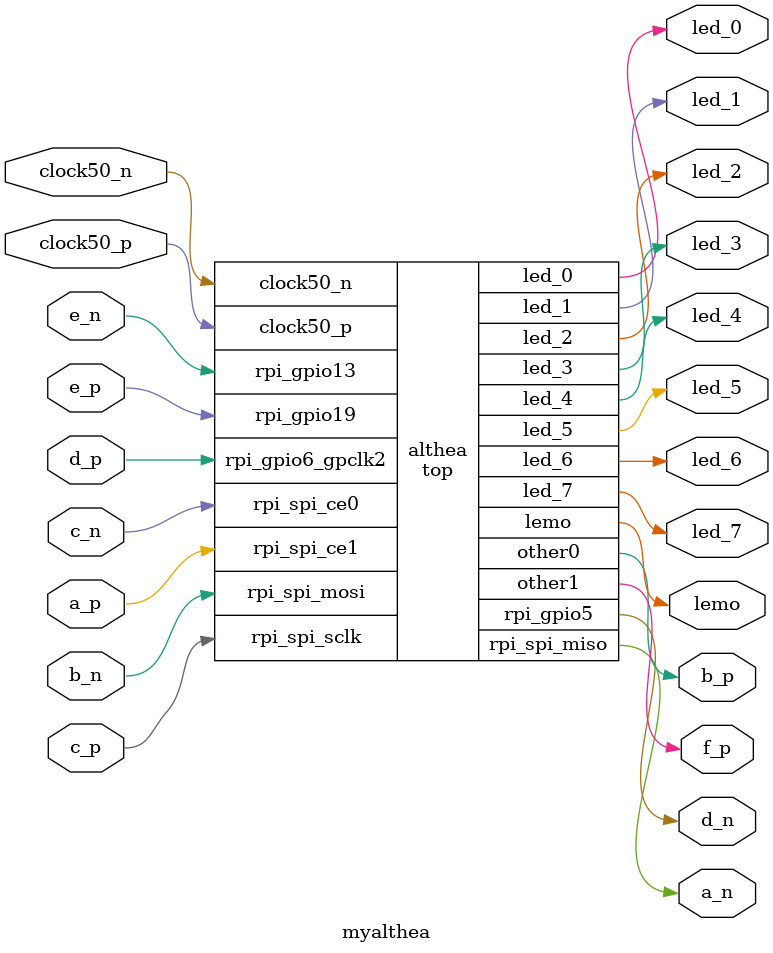
<source format=v>


`define althea_revA
`include "lib/spi.v"
`include "lib/RAM8.v"
`include "lib/serdes_pll.v"
`include "lib/plldcm.v"
`include "lib/reset.v"
`include "lib/frequency_counter.v"
//`include "lib/axi4lite.v"
//`include "lib/generic.v"
//`include "lib/segmented_display_driver.v"
//`include "lib/synchronizer.v"

//`define USE_INFERRED_RAM_16
//`define USE_BRAM_512
`define USE_BRAM_4K

module top (
	input clock50_p, clock50_n,
	output lemo,
	output other0,
	output other1,
	input rpi_spi_sclk,
	input rpi_spi_mosi,
	output rpi_spi_miso,
	input rpi_spi_ce0,
	input rpi_spi_ce1,
	output rpi_gpio5, // ready
	input rpi_gpio6_gpclk2,
	input rpi_gpio13, // clock select
	input rpi_gpio19, // reset
	output led_0, led_1, led_2, led_3,
	output led_4, led_5, led_6, led_7
);
	localparam COUNTER_RO_PICKOFF = 23;
	wire [31:0] frequency_counter0;
	reg [31:0] frequency_counter1;
	wire global_reset = rpi_gpio19;
	wire clock_alt;
	IBUFG mybuf_alt (.I(rpi_gpio6_gpclk2), .O(clock_alt));
	wire reset1_clock_alt;
	wire pll_locked_alt;
	reset #(.FREQUENCY(10000000)) reset1 (.upstream_clock(clock_alt), .upstream_reset(global_reset), .downstream_pll_locked(pll_locked_alt), .downstream_reset(reset1_clock_alt));
	// ----------------------------------------------------------------------
	wire clock_ro_raw, clock_ro_raw_a, clock_ro_raw_b, clock_ro, clock_ro_b, clock_ro_locked;
	wire [31:0] ring_oscillator_select;
	wire [31:0] ring_oscillator_enable;
	ring_oscillator #(.number_of_bits_for_coarse_stages(4), .number_of_bits_for_medium_stages(4), .number_of_bits_for_fine_stages(4)) ro (.enable(ring_oscillator_enable[0]), .select(ring_oscillator_select[11:0]), .clock_out(clock_ro_raw));
//	BUFG mybuf_ro (.I(clock_ro_raw), .O(clock_ro_raw1));
	simpledcm_CLKGEN #(.MULTIPLY(50), .DIVIDE(50), .PERIOD(100.0)) mydcm_ro (.clockin(clock_ro_raw), .reset(global_reset || (~ring_oscillator_enable[0])), .clockout(clock_ro_raw_a), .clockout180(clock_ro_raw_b), .locked(clock_ro_locked)); // 10->10
	BUFG mybuf_roa (.I(clock_ro_raw_a), .O(clock_ro));
	BUFG mybuf_rob (.I(clock_ro_raw_b), .O(clock_ro_b));
	reg [COUNTER_RO_PICKOFF:0] counter_ro = 0;
	always @(posedge clock_ro) begin
		counter_ro <= counter_ro + 1'b1;
	end
//	assign lemo = clock_ro;
	ODDR2 ro_out (.C0(clock_ro), .C1(clock_ro_b), .CE(1'b1), .D0(1'b0), .D1(1'b1), .R(global_reset), .S(1'b0), .Q(lemo));
	// ----------------------------------------------------------------------
	wire clock50_0, clock50_1, clock50_12;
//	wire clock50_2, pll_locked_ro;
	IBUFGDS mybuf0 (.I(clock50_p), .IB(clock50_n), .O(clock50_0));
	wire clock50_raw1;
//	wire clock50_raw2;
	simpledcm_CLKGEN #(.MULTIPLY(50), .DIVIDE(10), .PERIOD(100.0)) mydcm_alt50 (.clockin(clock_alt), .reset(reset1_clock_alt), .clockout(clock50_raw1), .clockout180(), .locked(pll_locked_alt)); // 10->50
//	simpledcm_CLKGEN #(.MULTIPLY(50), .DIVIDE(10), .PERIOD(100.0)) mydcm_ro50 (.clockin(clock_ro), .reset(global_reset), .clockout(clock50_raw2), .clockout180(), .locked(pll_locked_ro)); // 10->50
	BUFG mybuf1 (.I(clock50_raw1), .O(clock50_1));
//	BUFG mybuf2 (.I(clock50_raw2), .O(clock50_2));
	//BUFGMUX sam12 (.I0(clock50_1), .I1(clock50_2), .S(ring_oscillator_enable[0]), .O(clock50_12));
//	BUFGMUX sam12 (.I0(clock50_1), .I1(clock50_2), .S(1'b1), .O(clock50_12));
	assign clock50_12 = clock50_1;
	wire clock_select = rpi_gpio13;
	wire clock50;
	BUFGMUX sam0s (.I0(clock50_0), .I1(clock50_12), .S(clock_select), .O(clock50));
	wire reset2_clock50;
	wire pll_locked;
	reset #(.FREQUENCY(50000000)) reset2 (.upstream_clock(clock50), .upstream_reset(global_reset||reset1_clock_alt), .downstream_pll_locked(pll_locked), .downstream_reset(reset2_clock50));
	// ----------------------------------------------------------------------
	wire rawclock125;
	wire clock125;
	BUFG mrt (.I(rawclock125), .O(clock125));
	if (0) begin
		simplepll_BASE #(.OVERALL_DIVIDE(1), .MULTIPLY(10), .DIVIDE0(4), .PHASE0(0.0), .PERIOD(20.0)) kronos (.clockin(clock50), .reset(reset2_clock50), .clock0out(rawclock125), .clock1out(), .clock2out(), .clock3out(), .clock4out(), .clock5out(), .locked(pll_locked)); // 50->125
	end else if (0) begin
		simpledcm_SP #(.MULTIPLY(10), .DIVIDE(4), .ALT_CLOCKOUT_DIVIDE(2), .PERIOD(20.0)) mydcm (.clockin(clock50), .reset(reset2_clock50), .clockout(rawclock125), .clockout180(), .alt_clockout(), .locked(pll_locked)); // 50->125
	end else begin
		simpledcm_CLKGEN #(.MULTIPLY(10), .DIVIDE(4), .PERIOD(20.0)) mydcm_125 (.clockin(clock50), .reset(reset2_clock50), .clockout(rawclock125), .clockout180(), .locked(pll_locked)); // 50->125
	end
	// ----------------------------------------------------------------------
	wire reset3_clock125;
	wire pll_oserdes_locked;
	reset #(.FREQUENCY(125000000)) reset3 (.upstream_clock(clock125), .upstream_reset(global_reset||reset2_clock50), .downstream_pll_locked(pll_oserdes_locked), .downstream_reset(reset3_clock125));
	wire word_clock;
	wire clock_spi;
	assign clock_spi = word_clock;
	wire reset4_word_clock;
	reset #(.FREQUENCY(125000000)) reset4 (.upstream_clock(word_clock), .upstream_reset(global_reset||reset3_clock125), .downstream_pll_locked(pll_oserdes_locked), .downstream_reset(reset4_word_clock));
	// ----------------------------------------------------------------------
	reg sync_read_address = 0;
	reg [15:0] read_address = 0;
	wire [31:0] start_read_address;
	wire [31:0] end_read_address;
	reg [15:0] last_read_address = 16'd4095;
	// ----------------------------------------------------------------------
//	wire [31:0] idelay_up_amount;
//	wire [31:0] idelay_down_amount;
	// ----------------------------------------------------------------------
	wire miso_ce0;
	wire miso_ce1;
	//assign rpi_spi_miso = rpi_spi_ce1 ? miso_ce0 : miso_ce1;
	assign rpi_spi_miso = rpi_spi_ce0 ? miso_ce1 : miso_ce0;
	// ----------------------------------------------------------------------
	wire [7:0] command8_ce0;
	wire [15:0] address16_ce0;
	wire [31:0] data32_ce0;
	wire [31:0] read_data32_ce0;
	wire transaction_valid_ce0;
	SPI_peripheral_command8_address16_data32 spi_ce0 (.clock(clock_spi),
		.SCK(rpi_spi_sclk), .MOSI(rpi_spi_mosi), .MISO(miso_ce0), .SSEL(rpi_spi_ce0),
		.transaction_valid(transaction_valid_ce0), .command8(command8_ce0), .address16(address16_ce0), .data32(data32_ce0), .data32_to_controller(read_data32_ce0));
	wire [3:0] address4_ce0 = address16_ce0[3:0];
	RAM_inferred_with_register_outputs_and_inputs #(.addr_width(4), .data_width(32)) myram (.reset(reset4_word_clock),
		.wclk(clock_spi), .waddr(address4_ce0), .din(data32_ce0), .write_en(transaction_valid_ce0),
		.rclk(word_clock), .raddr(address4_ce0), .dout(read_data32_ce0),
		.register0(start_read_address), .register1(end_read_address), .register2(ring_oscillator_enable), .register3(ring_oscillator_select),
		.registerC(32'd0), .registerD(32'd0), .registerE(32'd0), .registerF(frequency_counter1));
	always @(posedge word_clock) begin
		frequency_counter1 <= frequency_counter0;
	end
	// ----------------------------------------------------------------------
	wire [7:0] command8;
	wire [15:0] address16;
	wire [31:0] data32_0123;
	wire [31:0] data32_3210;
	assign data32_0123[7:0]   = data32_3210[31:24];
	assign data32_0123[15:8]  = data32_3210[23:16];
	assign data32_0123[23:16] = data32_3210[15:8];
	assign data32_0123[31:24] = data32_3210[7:0];
	wire [31:0] read_data32_0123;
	wire [31:0] read_data32_3210;
	assign read_data32_3210[7:0]   = read_data32_0123[31:24];
	assign read_data32_3210[15:8]  = read_data32_0123[23:16];
	assign read_data32_3210[23:16] = read_data32_0123[15:8];
	assign read_data32_3210[31:24] = read_data32_0123[7:0];
	wire transaction_valid_ce1;
	SPI_peripheral_command8_address16_data32 spi_ce1 (.clock(clock_spi),
		.SCK(rpi_spi_sclk), .MOSI(rpi_spi_mosi), .MISO(miso_ce1), .SSEL(rpi_spi_ce1),
		.transaction_valid(transaction_valid_ce1), .command8(command8), .address16(address16), .data32(data32_3210), .data32_to_controller(read_data32_3210));
	wire [7:0] oserdes_word_out;
`ifdef USE_BRAM_512
	wire [8:0] address9 = address16[8:0];
	wire [10:0] read_address11 = read_address[10:0];
	RAM_s6_512_32bit_8bit mem (.reset(reset4_word_clock),
		.clock_a(clock_spi), .address_a(address9), .data_in_a(data32_0123), .write_enable_a(transaction_valid_ce1), .data_out_a(read_data32_0123),
		.clock_b(word_clock), .address_b(read_address11), .data_out_b(oserdes_word_out));
`elsif USE_BRAM_4K
	wire [11:0] address12 = address16[11:0];
	wire [13:0] read_address14 = read_address[13:0];
	RAM_s6_4k_32bit_8bit mem (.reset(reset4_word_clock),
		.clock_a(clock_spi), .address_a(address12), .data_in_a(data32_0123), .write_enable_a(transaction_valid_ce1), .data_out_a(read_data32_0123),
		.clock_b(word_clock), .address_b(read_address14), .data_out_b(oserdes_word_out));
`endif
	// ----------------------------------------------------------------------
	reg sync_out_raw = 0;
	reg [3:0] sync_out_stream = 0;
	always @(posedge word_clock) begin
		sync_out_raw <= 0;
		if (reset4_word_clock) begin
			read_address <= start_read_address[17:2];
			last_read_address <= end_read_address[17:2] - 1'b1;
		end else begin
			if (read_address==last_read_address || sync_read_address) begin
				read_address <= start_read_address[17:2];
				last_read_address <= end_read_address[17:2] - 1'b1;
				sync_out_raw <= 1;
			end else begin
				read_address <= read_address + 1'b1;
			end
		end
		sync_out_stream <= { sync_out_stream[2:0], sync_out_raw };
	end
	// ----------------------------------------------------------------------
	wire bit_clock;
	wire bit_strobe;
	wire other1_raw;
	if (0) begin
		ocyrus_single8 #(.BIT_DEPTH(8), .PERIOD(8.0), .DIVIDE(1), .MULTIPLY(8), .SCOPE("BUFPLL")) mylei (.clock_in(clock125), .reset(reset3_clock125), .word_clock_out(word_clock), .word_in(oserdes_word_out), .D_out(lemo), .locked(pll_oserdes_locked));
		assign other0 = 0;
		assign other1 = sync_out_stream[2];
	end else if (0) begin
		wire pll_oserdes_locked_1;
		wire pll_oserdes_locked_2;
		ocyrus_single8 #(.BIT_DEPTH(8), .PERIOD(8.0), .DIVIDE(1), .MULTIPLY(8), .SCOPE("BUFPLL")) mylei0 (.clock_in(clock125), .reset(reset3_clock125), .word_clock_out(word_clock), .word_in(oserdes_word_out), .D_out(lemo), .locked(pll_oserdes_locked_1));
		wire word_clock_1;
		reg [7:0] oserdes_word_out_1 = 0;
		reg [7:0] oserdes_word_out_2 = 0;
		ocyrus_single8 #(.BIT_DEPTH(8), .PERIOD(8.0), .DIVIDE(1), .MULTIPLY(8), .SCOPE("BUFPLL")) mylei1 (.clock_in(clock125), .reset(reset3_clock125), .word_clock_out(word_clock_1), .word_in(oserdes_word_out_2), .D_out(other0), .locked(pll_oserdes_locked_2));
		always @(posedge word_clock_1) begin
			oserdes_word_out_1 <= oserdes_word_out;
			oserdes_word_out_2 <= oserdes_word_out_1;
		end
		assign other1 = sync_out_stream[2];
		assign pll_oserdes_locked = pll_oserdes_locked_1 && pll_oserdes_locked_2;
	end else begin
		ocyrus_double8 #(.BIT_DEPTH(8), .PERIOD(8.0), .DIVIDE(1), .MULTIPLY(8), .SCOPE("BUFPLL")) mylei2 (.clock_in(clock125), .reset(reset3_clock125), .word_clock_out(word_clock), .word0_in(oserdes_word_out), .word1_in(oserdes_word_out), .D0_out(other0), .D1_out(other1_raw), .locked(pll_oserdes_locked), .bit_clock(bit_clock), .bit_strobe(bit_strobe));
//		assign lemo = sync_out_stream[2];
	end
	// ----------------------------------------------------------------------
//	reg [31:0] idelay_counter = 0;
//	reg inc_not_dec = 0;
//	reg strobe = 0;
//	reg [2:0] cnt = 0 ;
//	always @(posedge word_clock) begin
//		strobe <= 0;
//		if (reset4_word_clock) begin
//			idelay_counter <= 0;
//		end else begin
//			if (idelay_counter==32'h12345678) begin
//				inc_not_dec <= 1;
//				if (0!=idelay_up_amount) begin
//					strobe <= 1;
//					cnt <= cnt + 1'b1;
//				//idelay_counter <= idelay_up_amount;
//					end
//			end else if (idelay_counter==32'h56781234) begin
//				inc_not_dec <= 0;
//				if (0!=idelay_down_amount) begin
//					strobe <= 1;
//					end
//				//idelay_counter <= idelay_down_amount;
//			end
//			idelay_counter <= idelay_counter + 1'b1;
//		end
//	end
//	idelay nirvana (.clock(word_clock), .reset(reset4_word_clock), .inc_not_dec(inc_not_dec), .strobe(strobe), .bit_clock(bit_clock), .bit_in(), .bit_out(), .initiate_cal(1'b0), .busy());
	// ----------------------------------------------------------------------
	if (0) begin
		odelay_fixed #(.AMOUNT(0)) twoturntables (.bit_in(other1_raw), .bit_out(other1)); // 1264 ps
	end else if (0) begin
		odelay_fixed #(.AMOUNT(255)) andamicrophone (.bit_in(other1_raw), .bit_out(other1)); // 3303 ps
	end else begin
		assign other1 = other1_raw; // 330 ps
	end
	// ----------------------------------------------------------------------
	wire not_ready = global_reset || reset1_clock_alt || reset2_clock50 || reset3_clock125 || reset4_word_clock;
	assign rpi_gpio5 = ~not_ready;
	if (0) begin
		wire [7:0] leds;
		assign { led_7, led_6, led_5, led_4, led_3, led_2, led_1, led_0 } = leds;
		assign leds = oserdes_word_out;
	end else begin
		assign led_7 = reset1_clock_alt;
		assign led_6 = reset2_clock50;
		assign led_5 = reset3_clock125;
		assign led_4 = reset4_word_clock;
		assign led_3 = ~clock_ro_locked;
		assign led_2 = counter_ro[COUNTER_RO_PICKOFF];
		assign led_1 = ~rpi_spi_ce0 || ~rpi_spi_ce1;
		assign led_0 = not_ready;
	end
	localparam N = 10; // N for N_Hz calculations
	wire fc_valid;
	frequency_counter #(.FREQUENCY_OF_REFERENCE_CLOCK(125000000), .LOG2_OF_DIVIDE_RATIO(24), .N(N)) fc (.reference_clock(word_clock), .unknown_clock(clock_ro), .frequency_of_unknown_clock(frequency_counter0), .valid(fc_valid));
endmodule

//module mza_test042_spi_pollable_memories_and_oserdes_function_generator_althea_top (
module myalthea (
	input clock50_p, clock50_n,
	output lemo, // oserdes/trig output
	input b_n, // rpi_spi_mosi
	output b_p, // oserdes/trig output other0
	output a_n, // rpi_spi_miso
	input a_p, // rpi_spi_cs1
	input c_n, // rpi_spi_cs0
	input c_p, // rpi_spi_sclk
	output d_n, // rpi_gpio5
	input d_p, // rpi_gpio6_gpclk2
	input e_n, // rpi_gpio13
	input e_p, // rpi_gpio19
	output f_p, // oserdes/trig output other1
	output led_0, led_1, led_2, led_3, led_4, led_5, led_6, led_7
);
	top althea (
		.clock50_p(clock50_p), .clock50_n(clock50_n),
		.lemo(lemo),
		.other0(b_p),
		.other1(f_p),
		.rpi_spi_mosi(b_n), .rpi_spi_miso(a_n), .rpi_spi_sclk(c_p), .rpi_spi_ce0(c_n), .rpi_spi_ce1(a_p),
		.rpi_gpio5(d_n), .rpi_gpio6_gpclk2(d_p), .rpi_gpio13(e_n), .rpi_gpio19(e_p),
		.led_0(led_0), .led_1(led_1), .led_2(led_2), .led_3(led_3),
		.led_4(led_4), .led_5(led_5), .led_6(led_6), .led_7(led_7)
	);
endmodule


</source>
